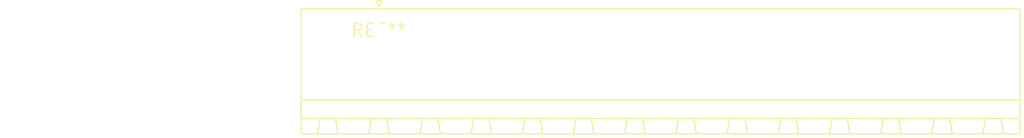
<source format=kicad_pcb>
(kicad_pcb (version 20240108) (generator pcbnew)
  (layers (0 "F.Cu" signal) (31 "B.Cu" signal) (34 "B.Paste" user) (35 "F.Paste" user) (36 "B.SilkS" user "B.Silkscreen") (37 "F.SilkS" user "F.Silkscreen") (38 "B.Mask" user) (39 "F.Mask" user) (44 "Edge.Cuts" user))
  (net 0 "")
  (footprint "PhoenixContact_MSTB_2,5_12-GF_1x12_P5.00mm_Horizontal_ThreadedFlange" (layer "F.Cu") (at 0 0)
    (property "Reference" "REF**")
    (property "Value" "PhoenixContact_MSTB_2,5_12-GF_1x12_P5.00mm_Horizontal_ThreadedFlange")
    (fp_line (start -7.61 -2.11) (end -7.61 10.11) (layer "F.SilkS") (stroke (width 0.12)))
    (fp_line (start -7.61 6.81) (end 62.61 6.81) (layer "F.SilkS") (stroke (width 0.12)))
    (fp_line (start -7.61 8.61) (end -7.61 6.81) (layer "F.SilkS") (stroke (width 0.12)))
    (fp_line (start -7.61 10.11) (end 62.61 10.11) (layer "F.SilkS") (stroke (width 0.12)))
    (fp_line (start -6 10.11) (end -4 10.11) (layer "F.SilkS") (stroke (width 0.12)))
    (fp_line (start -5.75 8.61) (end -6 10.11) (layer "F.SilkS") (stroke (width 0.12)))
    (fp_line (start -4.25 8.61) (end -5.75 8.61) (layer "F.SilkS") (stroke (width 0.12)))
    (fp_line (start -4 10.11) (end -4.25 8.61) (layer "F.SilkS") (stroke (width 0.12)))
    (fp_line (start -1 10.11) (end 1 10.11) (layer "F.SilkS") (stroke (width 0.12)))
    (fp_line (start -0.75 8.61) (end -1 10.11) (layer "F.SilkS") (stroke (width 0.12)))
    (fp_line (start -0.3 -2.91) (end 0.3 -2.91) (layer "F.SilkS") (stroke (width 0.12)))
    (fp_line (start 0 -2.31) (end -0.3 -2.91) (layer "F.SilkS") (stroke (width 0.12)))
    (fp_line (start 0.3 -2.91) (end 0 -2.31) (layer "F.SilkS") (stroke (width 0.12)))
    (fp_line (start 0.75 8.61) (end -0.75 8.61) (layer "F.SilkS") (stroke (width 0.12)))
    (fp_line (start 1 10.11) (end 0.75 8.61) (layer "F.SilkS") (stroke (width 0.12)))
    (fp_line (start 4 10.11) (end 6 10.11) (layer "F.SilkS") (stroke (width 0.12)))
    (fp_line (start 4.25 8.61) (end 4 10.11) (layer "F.SilkS") (stroke (width 0.12)))
    (fp_line (start 5.75 8.61) (end 4.25 8.61) (layer "F.SilkS") (stroke (width 0.12)))
    (fp_line (start 6 10.11) (end 5.75 8.61) (layer "F.SilkS") (stroke (width 0.12)))
    (fp_line (start 9 10.11) (end 11 10.11) (layer "F.SilkS") (stroke (width 0.12)))
    (fp_line (start 9.25 8.61) (end 9 10.11) (layer "F.SilkS") (stroke (width 0.12)))
    (fp_line (start 10.75 8.61) (end 9.25 8.61) (layer "F.SilkS") (stroke (width 0.12)))
    (fp_line (start 11 10.11) (end 10.75 8.61) (layer "F.SilkS") (stroke (width 0.12)))
    (fp_line (start 14 10.11) (end 16 10.11) (layer "F.SilkS") (stroke (width 0.12)))
    (fp_line (start 14.25 8.61) (end 14 10.11) (layer "F.SilkS") (stroke (width 0.12)))
    (fp_line (start 15.75 8.61) (end 14.25 8.61) (layer "F.SilkS") (stroke (width 0.12)))
    (fp_line (start 16 10.11) (end 15.75 8.61) (layer "F.SilkS") (stroke (width 0.12)))
    (fp_line (start 19 10.11) (end 21 10.11) (layer "F.SilkS") (stroke (width 0.12)))
    (fp_line (start 19.25 8.61) (end 19 10.11) (layer "F.SilkS") (stroke (width 0.12)))
    (fp_line (start 20.75 8.61) (end 19.25 8.61) (layer "F.SilkS") (stroke (width 0.12)))
    (fp_line (start 21 10.11) (end 20.75 8.61) (layer "F.SilkS") (stroke (width 0.12)))
    (fp_line (start 24 10.11) (end 26 10.11) (layer "F.SilkS") (stroke (width 0.12)))
    (fp_line (start 24.25 8.61) (end 24 10.11) (layer "F.SilkS") (stroke (width 0.12)))
    (fp_line (start 25.75 8.61) (end 24.25 8.61) (layer "F.SilkS") (stroke (width 0.12)))
    (fp_line (start 26 10.11) (end 25.75 8.61) (layer "F.SilkS") (stroke (width 0.12)))
    (fp_line (start 29 10.11) (end 31 10.11) (layer "F.SilkS") (stroke (width 0.12)))
    (fp_line (start 29.25 8.61) (end 29 10.11) (layer "F.SilkS") (stroke (width 0.12)))
    (fp_line (start 30.75 8.61) (end 29.25 8.61) (layer "F.SilkS") (stroke (width 0.12)))
    (fp_line (start 31 10.11) (end 30.75 8.61) (layer "F.SilkS") (stroke (width 0.12)))
    (fp_line (start 34 10.11) (end 36 10.11) (layer "F.SilkS") (stroke (width 0.12)))
    (fp_line (start 34.25 8.61) (end 34 10.11) (layer "F.SilkS") (stroke (width 0.12)))
    (fp_line (start 35.75 8.61) (end 34.25 8.61) (layer "F.SilkS") (stroke (width 0.12)))
    (fp_line (start 36 10.11) (end 35.75 8.61) (layer "F.SilkS") (stroke (width 0.12)))
    (fp_line (start 39 10.11) (end 41 10.11) (layer "F.SilkS") (stroke (width 0.12)))
    (fp_line (start 39.25 8.61) (end 39 10.11) (layer "F.SilkS") (stroke (width 0.12)))
    (fp_line (start 40.75 8.61) (end 39.25 8.61) (layer "F.SilkS") (stroke (width 0.12)))
    (fp_line (start 41 10.11) (end 40.75 8.61) (layer "F.SilkS") (stroke (width 0.12)))
    (fp_line (start 44 10.11) (end 46 10.11) (layer "F.SilkS") (stroke (width 0.12)))
    (fp_line (start 44.25 8.61) (end 44 10.11) (layer "F.SilkS") (stroke (width 0.12)))
    (fp_line (start 45.75 8.61) (end 44.25 8.61) (layer "F.SilkS") (stroke (width 0.12)))
    (fp_line (start 46 10.11) (end 45.75 8.61) (layer "F.SilkS") (stroke (width 0.12)))
    (fp_line (start 49 10.11) (end 51 10.11) (layer "F.SilkS") (stroke (width 0.12)))
    (fp_line (start 49.25 8.61) (end 49 10.11) (layer "F.SilkS") (stroke (width 0.12)))
    (fp_line (start 50.75 8.61) (end 49.25 8.61) (layer "F.SilkS") (stroke (width 0.12)))
    (fp_line (start 51 10.11) (end 50.75 8.61) (layer "F.SilkS") (stroke (width 0.12)))
    (fp_line (start 54 10.11) (end 56 10.11) (layer "F.SilkS") (stroke (width 0.12)))
    (fp_line (start 54.25 8.61) (end 54 10.11) (layer "F.SilkS") (stroke (width 0.12)))
    (fp_line (start 55.75 8.61) (end 54.25 8.61) (layer "F.SilkS") (stroke (width 0.12)))
    (fp_line (start 56 10.11) (end 55.75 8.61) (layer "F.SilkS") (stroke (width 0.12)))
    (fp_line (start 59 10.11) (end 61 10.11) (layer "F.SilkS") (stroke (width 0.12)))
    (fp_line (start 59.25 8.61) (end 59 10.11) (layer "F.SilkS") (stroke (width 0.12)))
    (fp_line (start 60.75 8.61) (end 59.25 8.61) (layer "F.SilkS") (stroke (width 0.12)))
    (fp_line (start 61 10.11) (end 60.75 8.61) (layer "F.SilkS") (stroke (width 0.12)))
    (fp_line (start 62.61 -2.11) (end -7.61 -2.11) (layer "F.SilkS") (stroke (width 0.12)))
    (fp_line (start 62.61 6.81) (end 62.61 8.61) (layer "F.SilkS") (stroke (width 0.12)))
    (fp_line (start 62.61 8.61) (end -7.61 8.61) (layer "F.SilkS") (stroke (width 0.12)))
    (fp_line (start 62.61 10.11) (end 62.61 -2.11) (layer "F.SilkS") (stroke (width 0.12)))
    (pad "1" thru_hole roundrect (at 0 0) (size 2 3.6) (drill 1.4) (layers *.Cu *.Mask) (remove_unused_layers) (roundrect_rratio 0.125))
    (pad "2" thru_hole oval (at 5 0) (size 2 3.6) (drill 1.4) (layers *.Cu *.Mask) (remove_unused_layers))
    (pad "3" thru_hole oval (at 10 0) (size 2 3.6) (drill 1.4) (layers *.Cu *.Mask) (remove_unused_layers))
    (pad "4" thru_hole oval (at 15 0) (size 2 3.6) (drill 1.4) (layers *.Cu *.Mask) (remove_unused_layers))
    (pad "5" thru_hole oval (at 20 0) (size 2 3.6) (drill 1.4) (layers *.Cu *.Mask) (remove_unused_layers))
    (pad "6" thru_hole oval (at 25 0) (size 2 3.6) (drill 1.4) (layers *.Cu *.Mask) (remove_unused_layers))
    (pad "7" thru_hole oval (at 30 0) (size 2 3.6) (drill 1.4) (layers *.Cu *.Mask) (remove_unused_layers))
    (pad "8" thru_hole oval (at 35 0) (size 2 3.6) (drill 1.4) (layers *.Cu *.Mask) (remove_unused_layers))
    (pad "9" thru_hole oval (at 40 0) (size 2 3.6) (drill 1.4) (layers *.Cu *.Mask) (remove_unused_layers))
    (pad "10" thru_hole oval (at 45 0) (size 2 3.6) (drill 1.4) (layers *.Cu *.Mask) (remove_unused_layers))
    (pad "11" thru_hole oval (at 50 0) (size 2 3.6) (drill 1.4) (layers *.Cu *.Mask) (remove_unused_layers))
    (pad "12" thru_hole oval (at 55 0) (size 2 3.6) (drill 1.4) (layers *.Cu *.Mask) (remove_unused_layers))
  )
)
</source>
